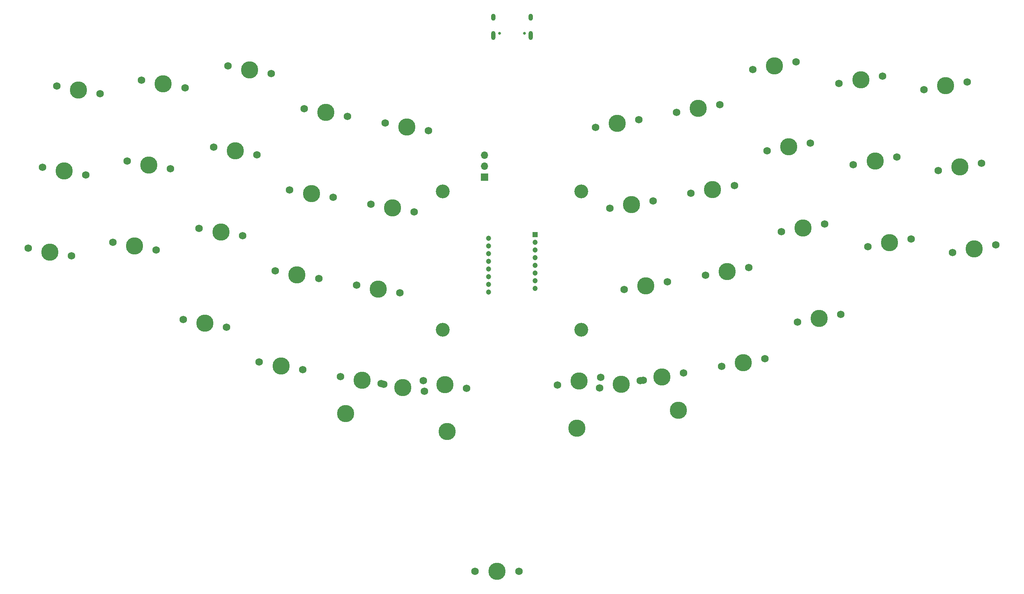
<source format=gbr>
%TF.GenerationSoftware,KiCad,Pcbnew,8.0.8*%
%TF.CreationDate,2025-03-23T01:31:31+01:00*%
%TF.ProjectId,Le Chisoffre,4c652043-6869-4736-9f66-6672652e6b69,rev?*%
%TF.SameCoordinates,Original*%
%TF.FileFunction,Soldermask,Top*%
%TF.FilePolarity,Negative*%
%FSLAX46Y46*%
G04 Gerber Fmt 4.6, Leading zero omitted, Abs format (unit mm)*
G04 Created by KiCad (PCBNEW 8.0.8) date 2025-03-23 01:31:31*
%MOMM*%
%LPD*%
G01*
G04 APERTURE LIST*
%ADD10C,1.750000*%
%ADD11C,3.987800*%
%ADD12C,3.200000*%
%ADD13C,0.650000*%
%ADD14O,1.000000X1.600000*%
%ADD15O,1.000000X2.100000*%
%ADD16R,1.700000X1.700000*%
%ADD17O,1.700000X1.700000*%
%ADD18R,1.200000X1.200000*%
%ADD19C,1.200000*%
G04 APERTURE END LIST*
D10*
%TO.C,MX39*%
X161297358Y-118012792D03*
D11*
X166300181Y-117130659D03*
D10*
X171303004Y-116248526D03*
%TD*%
D12*
%TO.C,H4*%
X166859205Y-105283250D03*
%TD*%
%TO.C,H3*%
X134853935Y-105290620D03*
%TD*%
%TO.C,H2*%
X166855645Y-73278740D03*
%TD*%
%TO.C,H1*%
X134848345Y-73297790D03*
%TD*%
D10*
%TO.C,MX17*%
X192178612Y-73706304D03*
D11*
X197181435Y-72824171D03*
D10*
X202184258Y-71942038D03*
%TD*%
%TO.C,MX28*%
X213089398Y-82592687D03*
D11*
X218092221Y-81710554D03*
D10*
X223095044Y-80828421D03*
%TD*%
%TO.C,MX25*%
X114931578Y-94964223D03*
D11*
X119934401Y-95846356D03*
D10*
X124937224Y-96728489D03*
%TD*%
%TO.C,MX20*%
X249287374Y-68472457D03*
D11*
X254290197Y-67590324D03*
D10*
X259293020Y-66708191D03*
%TD*%
%TO.C,MX35*%
X199241187Y-113760158D03*
D11*
X204244010Y-112878025D03*
D10*
X209246833Y-111995892D03*
%TD*%
%TO.C,MX9*%
X226391789Y-48329720D03*
D11*
X231394612Y-47447587D03*
D10*
X236397435Y-46565454D03*
%TD*%
%TO.C,MX8*%
X206473403Y-45071512D03*
D11*
X211476226Y-44189379D03*
D10*
X216479049Y-43307246D03*
%TD*%
%TO.C,MX24*%
X96170990Y-91656225D03*
D11*
X101173813Y-92538358D03*
D10*
X106176636Y-93420491D03*
%TD*%
%TO.C,MX11*%
X42370225Y-67661791D03*
D11*
X47373048Y-68543924D03*
D10*
X52375871Y-69426057D03*
%TD*%
%TO.C,MX15*%
X118239576Y-76203635D03*
D11*
X123242399Y-77085768D03*
D10*
X128245222Y-77967901D03*
%TD*%
%TO.C,MX26*%
X176759102Y-95962495D03*
D11*
X181761925Y-95080362D03*
D10*
X186764748Y-94198229D03*
%TD*%
%TO.C,MX41*%
X142240000Y-161131250D03*
D11*
X147320000Y-161131250D03*
D10*
X152400000Y-161131250D03*
%TD*%
%TO.C,MX19*%
X229699787Y-67090308D03*
D11*
X234702610Y-66208175D03*
D10*
X239705433Y-65326042D03*
%TD*%
%TO.C,MX38*%
X140371298Y-118833195D03*
D11*
X135368475Y-117951062D03*
D10*
X130365652Y-117068929D03*
%TD*%
%TO.C,MX37*%
X111191565Y-116106005D03*
D11*
X116194388Y-116988138D03*
D10*
X121197211Y-117870271D03*
%TD*%
%TO.C,MX6*%
X170143106Y-58441320D03*
D11*
X175145929Y-57559187D03*
D10*
X180148752Y-56677054D03*
%TD*%
%TO.C,MX5*%
X121547573Y-57443048D03*
D11*
X126550396Y-58325181D03*
D10*
X131553219Y-59207314D03*
%TD*%
%TO.C,MX12*%
X61957812Y-66279642D03*
D11*
X66960635Y-67161775D03*
D10*
X71963458Y-68043908D03*
%TD*%
%TO.C,MX23*%
X78568202Y-81782022D03*
D11*
X83571025Y-82664155D03*
D10*
X88573848Y-83546288D03*
%TD*%
%TO.C,MX29*%
X233040865Y-86038502D03*
D11*
X238043688Y-85156369D03*
D10*
X243046511Y-84274236D03*
%TD*%
%TO.C,MX14*%
X99478988Y-72895638D03*
D11*
X104481811Y-73777771D03*
D10*
X109484634Y-74659904D03*
%TD*%
D11*
%TO.C,S2*%
X165807215Y-128049174D03*
X189257951Y-123914178D03*
%TD*%
D10*
%TO.C,MX2*%
X65265810Y-47519054D03*
D11*
X70268633Y-48401187D03*
D10*
X75271456Y-49283320D03*
%TD*%
%TO.C,MX3*%
X85184197Y-44260847D03*
D11*
X90187020Y-45142980D03*
D10*
X95189843Y-46025113D03*
%TD*%
%TO.C,MX30*%
X252628452Y-87420651D03*
D11*
X257631275Y-86538518D03*
D10*
X262634098Y-85656385D03*
%TD*%
%TO.C,MX7*%
X188870614Y-54945716D03*
D11*
X193873437Y-54063583D03*
D10*
X198876260Y-53181450D03*
%TD*%
%TO.C,MX22*%
X58649815Y-85040230D03*
D11*
X63652638Y-85922363D03*
D10*
X68655461Y-86804496D03*
%TD*%
%TO.C,MX36*%
X216777816Y-103510743D03*
D11*
X221780639Y-102628610D03*
D10*
X226783462Y-101746477D03*
%TD*%
%TO.C,MX34*%
X171096294Y-118734221D03*
D11*
X176099117Y-117852088D03*
D10*
X181101940Y-116969955D03*
%TD*%
%TO.C,MX31*%
X74846704Y-102887683D03*
D11*
X79849527Y-103769816D03*
D10*
X84852350Y-104651949D03*
%TD*%
%TO.C,MX21*%
X39062227Y-86422379D03*
D11*
X44065050Y-87304512D03*
D10*
X49067873Y-88186645D03*
%TD*%
%TO.C,MX10*%
X245979377Y-49711870D03*
D11*
X250982200Y-48829737D03*
D10*
X255985023Y-47947604D03*
%TD*%
%TO.C,MX33*%
X120580213Y-117738224D03*
D11*
X125583036Y-118620357D03*
D10*
X130585859Y-119502490D03*
%TD*%
%TO.C,MX4*%
X102786986Y-54135050D03*
D11*
X107789809Y-55017183D03*
D10*
X112792632Y-55899316D03*
%TD*%
%TO.C,MX32*%
X92449493Y-112761887D03*
D11*
X97452316Y-113644020D03*
D10*
X102455139Y-114526153D03*
%TD*%
D11*
%TO.C,S1*%
X135874938Y-128817444D03*
X112424203Y-124682446D03*
%TD*%
D10*
%TO.C,MX13*%
X81876199Y-63021434D03*
D11*
X86879022Y-63903567D03*
D10*
X91881845Y-64785700D03*
%TD*%
%TO.C,MX40*%
X180471445Y-117049868D03*
D11*
X185474268Y-116167735D03*
D10*
X190477091Y-115285602D03*
%TD*%
%TO.C,MX16*%
X173451104Y-77201907D03*
D11*
X178453927Y-76319774D03*
D10*
X183456750Y-75437641D03*
%TD*%
%TO.C,MX1*%
X45678223Y-48901204D03*
D11*
X50681046Y-49783337D03*
D10*
X55683869Y-50665470D03*
%TD*%
%TO.C,MX18*%
X209781400Y-63832099D03*
D11*
X214784223Y-62949966D03*
D10*
X219787046Y-62067833D03*
%TD*%
%TO.C,MX27*%
X195519690Y-92654497D03*
D11*
X200522513Y-91772364D03*
D10*
X205525336Y-90890231D03*
%TD*%
D13*
%TO.C,J1*%
X147922500Y-36655000D03*
X153702500Y-36655000D03*
D14*
X146492500Y-33005000D03*
D15*
X146492500Y-37185000D03*
D14*
X155132500Y-33005000D03*
D15*
X155132500Y-37185000D03*
%TD*%
D16*
%TO.C,SWD1*%
X144462500Y-69993750D03*
D17*
X144462500Y-67453750D03*
X144462500Y-64913750D03*
%TD*%
D18*
%TO.C,U5*%
X156150243Y-83224438D03*
D19*
X156150243Y-85004438D03*
X156150243Y-86784438D03*
X156150243Y-88564438D03*
X156150243Y-90344438D03*
X156150243Y-92124438D03*
X156150243Y-93904438D03*
X156150243Y-95684438D03*
X145450243Y-96574438D03*
X145450243Y-94794438D03*
X145450243Y-93014438D03*
X145450243Y-91234438D03*
X145450243Y-89454438D03*
X145450243Y-87674438D03*
X145450243Y-85894438D03*
X145450243Y-84114438D03*
%TD*%
M02*

</source>
